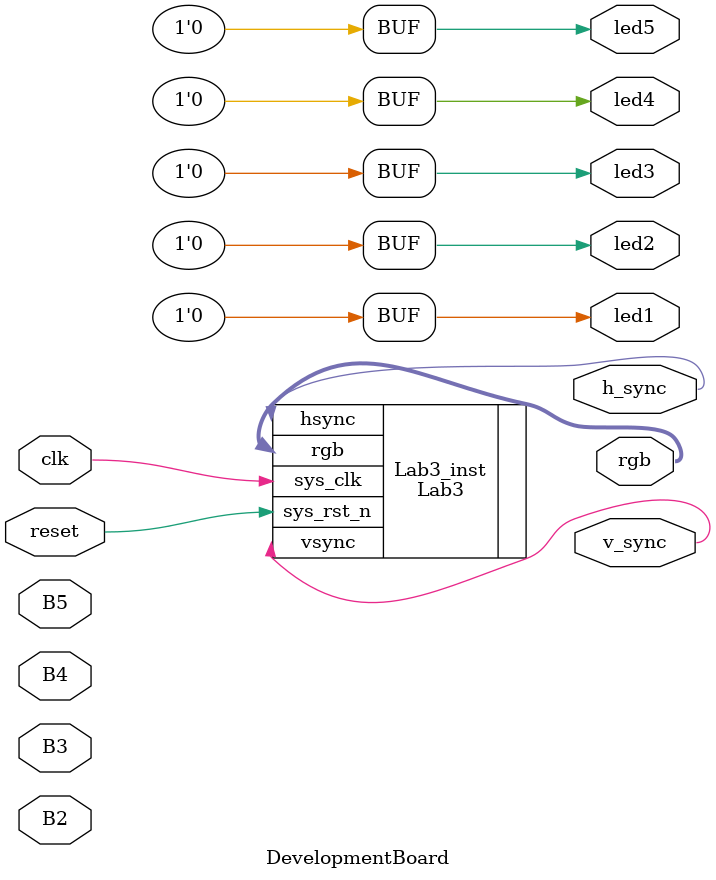
<source format=v>
`timescale 1ns / 1ns

module DevelopmentBoard(
    input wire clk, //50MHz
    input wire reset, B2, B3, B4, B5,
    // reset is "a"
    // B2 is "s"
    // B3 is "d"
    // B4 is "f"
    // B5 is "g"
    output wire h_sync, v_sync,
    output wire [15:0] rgb,
    output wire led1,
    output wire led2,
    output wire led3,
    output wire led4,
    output wire led5
);

    // instance your model
    Lab3 Lab3_inst(
        .sys_clk(clk),
        .sys_rst_n(reset),
        .hsync(h_sync),
        .vsync(v_sync),
        .rgb(rgb)
    );

    assign led1 = 1'b0;
    assign led2 = 1'b0;
    assign led3 = 1'b0;
    assign led4 = 1'b0;
    assign led5 = 1'b0;

endmodule

</source>
